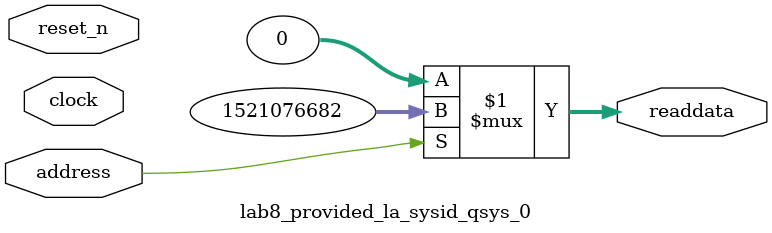
<source format=v>

`timescale 1ns / 1ps
// synthesis translate_on

// turn off superfluous verilog processor warnings 
// altera message_level Level1 
// altera message_off 10034 10035 10036 10037 10230 10240 10030 

module lab8_provided_la_sysid_qsys_0 (
               // inputs:
                address,
                clock,
                reset_n,

               // outputs:
                readdata
             )
;

  output  [ 31: 0] readdata;
  input            address;
  input            clock;
  input            reset_n;

  wire    [ 31: 0] readdata;
  //control_slave, which is an e_avalon_slave
  assign readdata = address ? 1521076682 : 0;

endmodule




</source>
